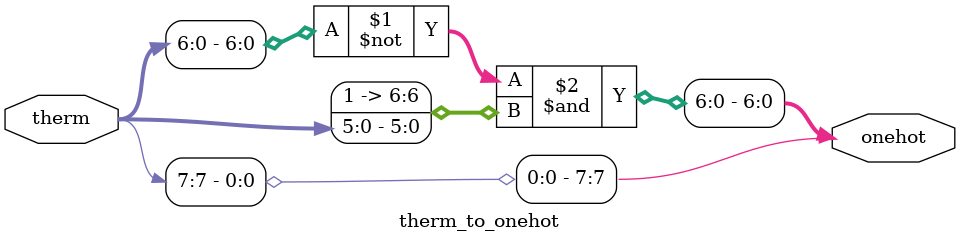
<source format=sv>
`timescale 1ns / 1ps
module therm_to_onehot #(parameter W=8)(
    input [W-1:0] therm,
    output logic [W-1:0] onehot
);

assign onehot[W-2:0] = ~therm[W-2:0] & {1'b1, therm[W-3:0]};
assign onehot[W-1] = therm[W-1];

endmodule
</source>
